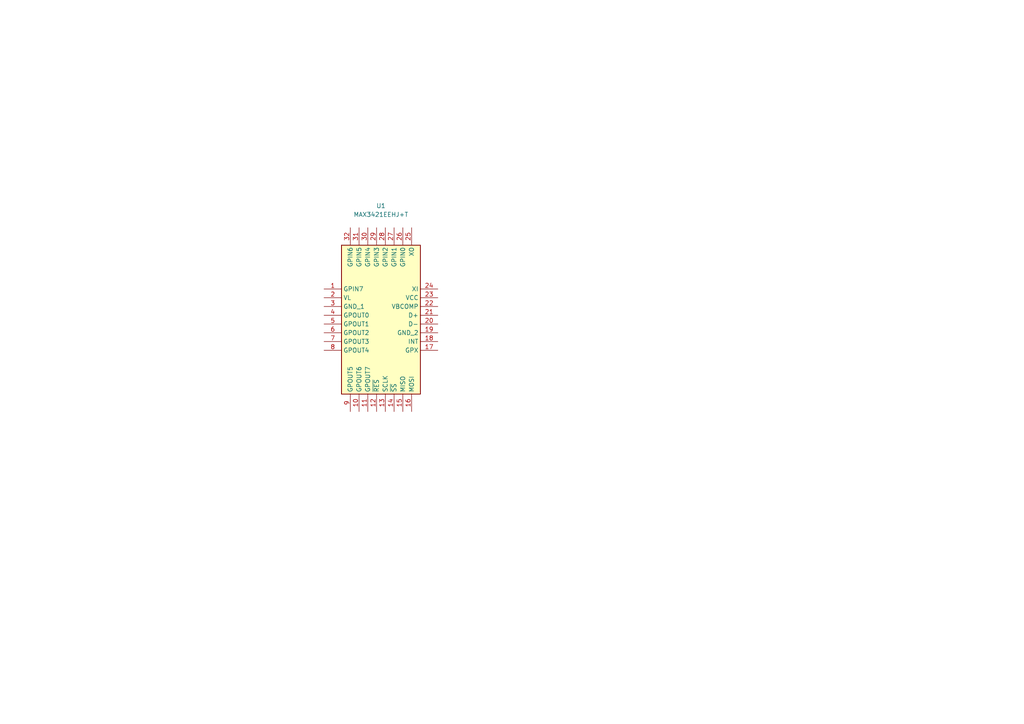
<source format=kicad_sch>
(kicad_sch (version 20230121) (generator eeschema)
  (paper "A4")
  (title_block (title "Raspberry Pi MAX3421E uHAT") (date "2023-11-11") (rev "1") (company "CHRZ.de"))
  (lib_symbols
    (symbol "rpiuhat:MAX3421EEHJ+T"
      (property "Reference" "U" (at 29.21 17.78 0))
      (property "Value" "MAX3421EEHJ+T" (at 29.21 15.24 0))
      (symbol "MAX3421EEHJ+T_1_1"
        (rectangle (start 5.08 12.7) (end 27.94 -30.48) (stroke (width 0.254)) (fill (type background)))
        (pin input line (at 0 0 0) (length 5.08) (name "GPIN7") (number "1"))
        (pin output line (at 10.16 -35.56 90) (length 5.08) (name "GPOUT6") (number "10"))
        (pin output line (at 12.7 -35.56 90) (length 5.08) (name "GPOUT7") (number "11"))
        (pin input line (at 15.24 -35.56 90) (length 5.08) (name "~{RES}") (number "12"))
        (pin input line (at 17.78 -35.56 90) (length 5.08) (name "SCLK") (number "13"))
        (pin input line (at 20.32 -35.56 90) (length 5.08) (name "~{SS}") (number "14"))
        (pin output line (at 22.86 -35.56 90) (length 5.08) (name "MISO") (number "15"))
        (pin bidirectional line (at 25.4 -35.56 90) (length 5.08) (name "MOSI") (number "16"))
        (pin output line (at 33.02 -17.78 180) (length 5.08) (name "GPX") (number "17"))
        (pin output line (at 33.02 -15.24 180) (length 5.08) (name "INT") (number "18"))
        (pin power_in line (at 33.02 -12.7 180) (length 5.08) (name "GND_2") (number "19"))
        (pin power_in line (at 0 -2.54 0) (length 5.08) (name "VL") (number "2"))
        (pin bidirectional line (at 33.02 -10.16 180) (length 5.08) (name "D-") (number "20"))
        (pin bidirectional line (at 33.02 -7.62 180) (length 5.08) (name "D+") (number "21"))
        (pin input line (at 33.02 -5.08 180) (length 5.08) (name "VBCOMP") (number "22"))
        (pin power_in line (at 33.02 -2.54 180) (length 5.08) (name "VCC") (number "23"))
        (pin input line (at 33.02 0 180) (length 5.08) (name "XI") (number "24"))
        (pin output line (at 25.4 17.78 270) (length 5.08) (name "XO") (number "25"))
        (pin input line (at 22.86 17.78 270) (length 5.08) (name "GPIN0") (number "26"))
        (pin input line (at 20.32 17.78 270) (length 5.08) (name "GPIN1") (number "27"))
        (pin input line (at 17.78 17.78 270) (length 5.08) (name "GPIN2") (number "28"))
        (pin input line (at 15.24 17.78 270) (length 5.08) (name "GPIN3") (number "29"))
        (pin power_in line (at 0 -5.08 0) (length 5.08) (name "GND_1") (number "3"))
        (pin input line (at 12.7 17.78 270) (length 5.08) (name "GPIN4") (number "30"))
        (pin input line (at 10.16 17.78 270) (length 5.08) (name "GPIN5") (number "31"))
        (pin input line (at 7.62 17.78 270) (length 5.08) (name "GPIN6") (number "32"))
        (pin output line (at 0 -7.62 0) (length 5.08) (name "GPOUT0") (number "4"))
        (pin output line (at 0 -10.16 0) (length 5.08) (name "GPOUT1") (number "5"))
        (pin output line (at 0 -12.7 0) (length 5.08) (name "GPOUT2") (number "6"))
        (pin output line (at 0 -15.24 0) (length 5.08) (name "GPOUT3") (number "7"))
        (pin output line (at 0 -17.78 0) (length 5.08) (name "GPOUT4") (number "8"))
        (pin output line (at 7.62 -35.56 90) (length 5.08) (name "GPOUT5") (number "9"))
      )
    )
  )
  (symbol (lib_id "rpiuhat:MAX3421EEHJ+T") (at 93.98 83.82 0) (unit 1)
    (property "Reference" "U1" (at 110.49 59.69 0))
    (property "Value" "MAX3421EEHJ+T" (at 110.49 62.23 0))
    (property "Footprint" "rpiuhat:QFP50P700X700X120-32N" (effects hide))
    (property "Datasheet" "https://www.mouser.de/datasheet/2/609/MAX3421E-3128391.pdf" (effects hide))
  )
)
</source>
